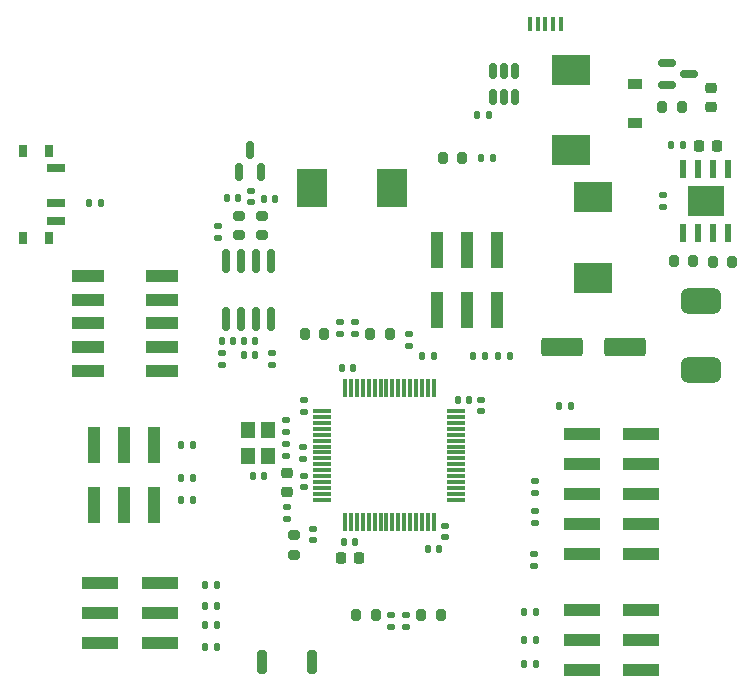
<source format=gbr>
%TF.GenerationSoftware,KiCad,Pcbnew,(6.0.1)*%
%TF.CreationDate,2022-05-20T13:38:49+06:30*%
%TF.ProjectId,STM32_Com_Buck,53544d33-325f-4436-9f6d-5f4275636b2e,v1.0*%
%TF.SameCoordinates,Original*%
%TF.FileFunction,Paste,Top*%
%TF.FilePolarity,Positive*%
%FSLAX46Y46*%
G04 Gerber Fmt 4.6, Leading zero omitted, Abs format (unit mm)*
G04 Created by KiCad (PCBNEW (6.0.1)) date 2022-05-20 13:38:49*
%MOMM*%
%LPD*%
G01*
G04 APERTURE LIST*
G04 Aperture macros list*
%AMRoundRect*
0 Rectangle with rounded corners*
0 $1 Rounding radius*
0 $2 $3 $4 $5 $6 $7 $8 $9 X,Y pos of 4 corners*
0 Add a 4 corners polygon primitive as box body*
4,1,4,$2,$3,$4,$5,$6,$7,$8,$9,$2,$3,0*
0 Add four circle primitives for the rounded corners*
1,1,$1+$1,$2,$3*
1,1,$1+$1,$4,$5*
1,1,$1+$1,$6,$7*
1,1,$1+$1,$8,$9*
0 Add four rect primitives between the rounded corners*
20,1,$1+$1,$2,$3,$4,$5,0*
20,1,$1+$1,$4,$5,$6,$7,0*
20,1,$1+$1,$6,$7,$8,$9,0*
20,1,$1+$1,$8,$9,$2,$3,0*%
G04 Aperture macros list end*
%ADD10RoundRect,0.140000X-0.140000X-0.170000X0.140000X-0.170000X0.140000X0.170000X-0.140000X0.170000X0*%
%ADD11RoundRect,0.135000X-0.185000X0.135000X-0.185000X-0.135000X0.185000X-0.135000X0.185000X0.135000X0*%
%ADD12RoundRect,0.140000X-0.170000X0.140000X-0.170000X-0.140000X0.170000X-0.140000X0.170000X0.140000X0*%
%ADD13RoundRect,0.135000X0.135000X0.185000X-0.135000X0.185000X-0.135000X-0.185000X0.135000X-0.185000X0*%
%ADD14R,0.800000X1.000000*%
%ADD15R,1.500000X0.700000*%
%ADD16RoundRect,0.135000X0.185000X-0.135000X0.185000X0.135000X-0.185000X0.135000X-0.185000X-0.135000X0*%
%ADD17RoundRect,0.200000X0.275000X-0.200000X0.275000X0.200000X-0.275000X0.200000X-0.275000X-0.200000X0*%
%ADD18R,2.500000X3.300000*%
%ADD19RoundRect,0.200000X0.200000X0.800000X-0.200000X0.800000X-0.200000X-0.800000X0.200000X-0.800000X0*%
%ADD20RoundRect,0.140000X0.170000X-0.140000X0.170000X0.140000X-0.170000X0.140000X-0.170000X-0.140000X0*%
%ADD21RoundRect,0.147500X-0.147500X-0.172500X0.147500X-0.172500X0.147500X0.172500X-0.147500X0.172500X0*%
%ADD22RoundRect,0.147500X0.172500X-0.147500X0.172500X0.147500X-0.172500X0.147500X-0.172500X-0.147500X0*%
%ADD23RoundRect,0.200000X-0.200000X-0.275000X0.200000X-0.275000X0.200000X0.275000X-0.200000X0.275000X0*%
%ADD24RoundRect,0.135000X-0.135000X-0.185000X0.135000X-0.185000X0.135000X0.185000X-0.135000X0.185000X0*%
%ADD25RoundRect,0.140000X0.140000X0.170000X-0.140000X0.170000X-0.140000X-0.170000X0.140000X-0.170000X0*%
%ADD26R,0.450000X1.300000*%
%ADD27R,0.600000X1.550000*%
%ADD28R,3.100000X2.600000*%
%ADD29RoundRect,0.150000X-0.150000X0.512500X-0.150000X-0.512500X0.150000X-0.512500X0.150000X0.512500X0*%
%ADD30RoundRect,0.150000X0.150000X-0.825000X0.150000X0.825000X-0.150000X0.825000X-0.150000X-0.825000X0*%
%ADD31RoundRect,0.537500X-1.162500X0.537500X-1.162500X-0.537500X1.162500X-0.537500X1.162500X0.537500X0*%
%ADD32RoundRect,0.218750X-0.256250X0.218750X-0.256250X-0.218750X0.256250X-0.218750X0.256250X0.218750X0*%
%ADD33RoundRect,0.250000X1.500000X0.550000X-1.500000X0.550000X-1.500000X-0.550000X1.500000X-0.550000X0*%
%ADD34RoundRect,0.150000X0.150000X-0.587500X0.150000X0.587500X-0.150000X0.587500X-0.150000X-0.587500X0*%
%ADD35R,3.300000X2.500000*%
%ADD36RoundRect,0.200000X0.200000X0.275000X-0.200000X0.275000X-0.200000X-0.275000X0.200000X-0.275000X0*%
%ADD37R,2.750000X1.000000*%
%ADD38R,3.150000X1.000000*%
%ADD39RoundRect,0.150000X-0.587500X-0.150000X0.587500X-0.150000X0.587500X0.150000X-0.587500X0.150000X0*%
%ADD40R,1.000000X3.150000*%
%ADD41RoundRect,0.225000X0.225000X0.250000X-0.225000X0.250000X-0.225000X-0.250000X0.225000X-0.250000X0*%
%ADD42R,1.200000X1.400000*%
%ADD43R,1.200000X0.900000*%
%ADD44RoundRect,0.225000X0.250000X-0.225000X0.250000X0.225000X-0.250000X0.225000X-0.250000X-0.225000X0*%
%ADD45RoundRect,0.200000X-0.275000X0.200000X-0.275000X-0.200000X0.275000X-0.200000X0.275000X0.200000X0*%
%ADD46RoundRect,0.225000X-0.225000X-0.250000X0.225000X-0.250000X0.225000X0.250000X-0.225000X0.250000X0*%
%ADD47RoundRect,0.075000X-0.700000X-0.075000X0.700000X-0.075000X0.700000X0.075000X-0.700000X0.075000X0*%
%ADD48RoundRect,0.075000X-0.075000X-0.700000X0.075000X-0.700000X0.075000X0.700000X-0.075000X0.700000X0*%
G04 APERTURE END LIST*
D10*
%TO.C,C17*%
X183416000Y-50546000D03*
X184376000Y-50546000D03*
%TD*%
%TO.C,C18*%
X193220400Y-53238400D03*
X194180400Y-53238400D03*
%TD*%
D11*
%TO.C,R8*%
X199694800Y-66241200D03*
X199694800Y-67261200D03*
%TD*%
D12*
%TO.C,C19*%
X192125600Y-63883600D03*
X192125600Y-64843600D03*
%TD*%
D10*
%TO.C,C14*%
X176812000Y-36169600D03*
X177772000Y-36169600D03*
%TD*%
D13*
%TO.C,R18*%
X172874400Y-70662800D03*
X171854400Y-70662800D03*
%TD*%
D14*
%TO.C,SW1*%
X156405600Y-39464000D03*
X156405600Y-32164000D03*
X158615600Y-39464000D03*
X158615600Y-32164000D03*
D15*
X159265600Y-33564000D03*
X159265600Y-36564000D03*
X159265600Y-38064000D03*
%TD*%
D16*
%TO.C,R32*%
X172974000Y-39473600D03*
X172974000Y-38453600D03*
%TD*%
D17*
%TO.C,R6*%
X179374800Y-66306200D03*
X179374800Y-64656200D03*
%TD*%
D18*
%TO.C,D2*%
X187702400Y-35255200D03*
X180902400Y-35255200D03*
%TD*%
D19*
%TO.C,SW2*%
X180865200Y-75438000D03*
X176665200Y-75438000D03*
%TD*%
D20*
%TO.C,C1*%
X210629000Y-36852800D03*
X210629000Y-35892800D03*
%TD*%
D16*
%TO.C,R30*%
X173278800Y-50294000D03*
X173278800Y-49274000D03*
%TD*%
D21*
%TO.C,FB1*%
X211312400Y-31648400D03*
X212282400Y-31648400D03*
%TD*%
D22*
%TO.C,L2*%
X178816000Y-63273800D03*
X178816000Y-62303800D03*
%TD*%
D23*
%TO.C,R2*%
X214833200Y-41503600D03*
X216483200Y-41503600D03*
%TD*%
D24*
%TO.C,R24*%
X171854400Y-72288400D03*
X172874400Y-72288400D03*
%TD*%
%TO.C,R21*%
X190244000Y-49479200D03*
X191264000Y-49479200D03*
%TD*%
D25*
%TO.C,C15*%
X195856800Y-29057600D03*
X194896800Y-29057600D03*
%TD*%
D26*
%TO.C,J2*%
X201965000Y-21349400D03*
X201315000Y-21349400D03*
X200665000Y-21349400D03*
X200015000Y-21349400D03*
X199365000Y-21349400D03*
%TD*%
D27*
%TO.C,U1*%
X212330800Y-39072800D03*
X213600800Y-39072800D03*
X214870800Y-39072800D03*
X216140800Y-39072800D03*
X216140800Y-33672800D03*
X214870800Y-33672800D03*
X213600800Y-33672800D03*
X212330800Y-33672800D03*
D28*
X214235800Y-36372800D03*
%TD*%
D25*
%TO.C,C20*%
X184579200Y-65227200D03*
X183619200Y-65227200D03*
%TD*%
D16*
%TO.C,R28*%
X184556400Y-47652400D03*
X184556400Y-46632400D03*
%TD*%
D20*
%TO.C,C12*%
X175717200Y-36446400D03*
X175717200Y-35486400D03*
%TD*%
D29*
%TO.C,U4*%
X198104800Y-25329300D03*
X197154800Y-25329300D03*
X196204800Y-25329300D03*
X196204800Y-27604300D03*
X197154800Y-27604300D03*
X198104800Y-27604300D03*
%TD*%
D12*
%TO.C,C4*%
X178663600Y-54942800D03*
X178663600Y-55902800D03*
%TD*%
D30*
%TO.C,U3*%
X173659800Y-46366200D03*
X174929800Y-46366200D03*
X176199800Y-46366200D03*
X177469800Y-46366200D03*
X177469800Y-41416200D03*
X176199800Y-41416200D03*
X174929800Y-41416200D03*
X173659800Y-41416200D03*
%TD*%
D31*
%TO.C,L1*%
X213872000Y-44852000D03*
X213872000Y-50652000D03*
%TD*%
D24*
%TO.C,R13*%
X198880000Y-73507600D03*
X199900000Y-73507600D03*
%TD*%
D32*
%TO.C,F1*%
X214680800Y-26847700D03*
X214680800Y-28422700D03*
%TD*%
D16*
%TO.C,R10*%
X199796400Y-61063600D03*
X199796400Y-60043600D03*
%TD*%
%TO.C,R29*%
X183286400Y-47652400D03*
X183286400Y-46632400D03*
%TD*%
D33*
%TO.C,C3*%
X207424000Y-48768000D03*
X202024000Y-48768000D03*
%TD*%
D34*
%TO.C,D7*%
X174716400Y-33906700D03*
X176616400Y-33906700D03*
X175666400Y-32031700D03*
%TD*%
D35*
%TO.C,D5*%
X204724000Y-36071600D03*
X204724000Y-42871600D03*
%TD*%
D20*
%TO.C,C8*%
X195224400Y-54175600D03*
X195224400Y-53215600D03*
%TD*%
%TO.C,C21*%
X180187600Y-54198400D03*
X180187600Y-53238400D03*
%TD*%
D13*
%TO.C,R20*%
X172874400Y-74168000D03*
X171854400Y-74168000D03*
%TD*%
D12*
%TO.C,C6*%
X180136800Y-57228800D03*
X180136800Y-58188800D03*
%TD*%
D23*
%TO.C,R35*%
X185814200Y-47650400D03*
X187464200Y-47650400D03*
%TD*%
D35*
%TO.C,D3*%
X202793600Y-32051200D03*
X202793600Y-25251200D03*
%TD*%
D13*
%TO.C,R16*%
X170842400Y-59791600D03*
X169822400Y-59791600D03*
%TD*%
%TO.C,R17*%
X170842400Y-61722000D03*
X169822400Y-61722000D03*
%TD*%
D10*
%TO.C,C9*%
X173256000Y-48260000D03*
X174216000Y-48260000D03*
%TD*%
D36*
%TO.C,R36*%
X181927000Y-47650400D03*
X180277000Y-47650400D03*
%TD*%
D24*
%TO.C,R5*%
X162050000Y-36576000D03*
X163070000Y-36576000D03*
%TD*%
D23*
%TO.C,R38*%
X190132200Y-71424800D03*
X191782200Y-71424800D03*
%TD*%
%TO.C,R3*%
X211519000Y-41478200D03*
X213169000Y-41478200D03*
%TD*%
D16*
%TO.C,R9*%
X199796400Y-63654400D03*
X199796400Y-62634400D03*
%TD*%
D37*
%TO.C,J13*%
X168225000Y-42736000D03*
X161975000Y-42736000D03*
X168225000Y-44736000D03*
X161975000Y-44736000D03*
X168225000Y-46736000D03*
X161975000Y-46736000D03*
X168225000Y-48736000D03*
X161975000Y-48736000D03*
X168225000Y-50736000D03*
X161975000Y-50736000D03*
%TD*%
D38*
%TO.C,J7*%
X203723000Y-70967600D03*
X208773000Y-70967600D03*
X203723000Y-73507600D03*
X208773000Y-73507600D03*
X203723000Y-76047600D03*
X208773000Y-76047600D03*
%TD*%
D36*
%TO.C,R37*%
X186295800Y-71424800D03*
X184645800Y-71424800D03*
%TD*%
D13*
%TO.C,R23*%
X197664800Y-49530000D03*
X196644800Y-49530000D03*
%TD*%
D38*
%TO.C,J4*%
X168016400Y-73812400D03*
X162966400Y-73812400D03*
X168016400Y-71272400D03*
X162966400Y-71272400D03*
X168016400Y-68732400D03*
X162966400Y-68732400D03*
%TD*%
D22*
%TO.C,D6*%
X181000400Y-65079600D03*
X181000400Y-64109600D03*
%TD*%
D24*
%TO.C,R22*%
X194562000Y-49530000D03*
X195582000Y-49530000D03*
%TD*%
D39*
%TO.C,Q1*%
X210949300Y-24653200D03*
X210949300Y-26553200D03*
X212824300Y-25603200D03*
%TD*%
D25*
%TO.C,C11*%
X176095600Y-48260000D03*
X175135600Y-48260000D03*
%TD*%
D11*
%TO.C,R27*%
X188874400Y-71422800D03*
X188874400Y-72442800D03*
%TD*%
D23*
%TO.C,R4*%
X191986400Y-32766000D03*
X193636400Y-32766000D03*
%TD*%
D40*
%TO.C,J8*%
X167538400Y-57063400D03*
X167538400Y-62113400D03*
X164998400Y-57063400D03*
X164998400Y-62113400D03*
X162458400Y-57063400D03*
X162458400Y-62113400D03*
%TD*%
D41*
%TO.C,C16*%
X184874200Y-66598800D03*
X183324200Y-66598800D03*
%TD*%
D24*
%TO.C,R14*%
X198880000Y-71170800D03*
X199900000Y-71170800D03*
%TD*%
D42*
%TO.C,Y1*%
X175454000Y-55796000D03*
X175454000Y-57996000D03*
X177154000Y-57996000D03*
X177154000Y-55796000D03*
%TD*%
D43*
%TO.C,D1*%
X208229200Y-26493200D03*
X208229200Y-29793200D03*
%TD*%
D16*
%TO.C,R31*%
X177546000Y-50294000D03*
X177546000Y-49274000D03*
%TD*%
D38*
%TO.C,J6*%
X208773000Y-66245200D03*
X203723000Y-66245200D03*
X208773000Y-63705200D03*
X203723000Y-63705200D03*
X208773000Y-61165200D03*
X203723000Y-61165200D03*
X208773000Y-58625200D03*
X203723000Y-58625200D03*
X208773000Y-56085200D03*
X203723000Y-56085200D03*
%TD*%
D16*
%TO.C,R7*%
X178663600Y-57964800D03*
X178663600Y-56944800D03*
%TD*%
D23*
%TO.C,R1*%
X210553800Y-28397200D03*
X212203800Y-28397200D03*
%TD*%
D44*
%TO.C,C22*%
X178816000Y-60973000D03*
X178816000Y-59423000D03*
%TD*%
D13*
%TO.C,R15*%
X170842400Y-57048400D03*
X169822400Y-57048400D03*
%TD*%
D21*
%TO.C,D4*%
X195247400Y-32766000D03*
X196217400Y-32766000D03*
%TD*%
D45*
%TO.C,R33*%
X174752000Y-37630600D03*
X174752000Y-39280600D03*
%TD*%
D46*
%TO.C,C2*%
X213664000Y-31699200D03*
X215214000Y-31699200D03*
%TD*%
D47*
%TO.C,U2*%
X181777000Y-54162000D03*
X181777000Y-54662000D03*
X181777000Y-55162000D03*
X181777000Y-55662000D03*
X181777000Y-56162000D03*
X181777000Y-56662000D03*
X181777000Y-57162000D03*
X181777000Y-57662000D03*
X181777000Y-58162000D03*
X181777000Y-58662000D03*
X181777000Y-59162000D03*
X181777000Y-59662000D03*
X181777000Y-60162000D03*
X181777000Y-60662000D03*
X181777000Y-61162000D03*
X181777000Y-61662000D03*
D48*
X183702000Y-63587000D03*
X184202000Y-63587000D03*
X184702000Y-63587000D03*
X185202000Y-63587000D03*
X185702000Y-63587000D03*
X186202000Y-63587000D03*
X186702000Y-63587000D03*
X187202000Y-63587000D03*
X187702000Y-63587000D03*
X188202000Y-63587000D03*
X188702000Y-63587000D03*
X189202000Y-63587000D03*
X189702000Y-63587000D03*
X190202000Y-63587000D03*
X190702000Y-63587000D03*
X191202000Y-63587000D03*
D47*
X193127000Y-61662000D03*
X193127000Y-61162000D03*
X193127000Y-60662000D03*
X193127000Y-60162000D03*
X193127000Y-59662000D03*
X193127000Y-59162000D03*
X193127000Y-58662000D03*
X193127000Y-58162000D03*
X193127000Y-57662000D03*
X193127000Y-57162000D03*
X193127000Y-56662000D03*
X193127000Y-56162000D03*
X193127000Y-55662000D03*
X193127000Y-55162000D03*
X193127000Y-54662000D03*
X193127000Y-54162000D03*
D48*
X191202000Y-52237000D03*
X190702000Y-52237000D03*
X190202000Y-52237000D03*
X189702000Y-52237000D03*
X189202000Y-52237000D03*
X188702000Y-52237000D03*
X188202000Y-52237000D03*
X187702000Y-52237000D03*
X187202000Y-52237000D03*
X186702000Y-52237000D03*
X186202000Y-52237000D03*
X185702000Y-52237000D03*
X185202000Y-52237000D03*
X184702000Y-52237000D03*
X184202000Y-52237000D03*
X183702000Y-52237000D03*
%TD*%
D25*
%TO.C,C5*%
X176857600Y-59639200D03*
X175897600Y-59639200D03*
%TD*%
D11*
%TO.C,R26*%
X187604400Y-71422800D03*
X187604400Y-72442800D03*
%TD*%
D25*
%TO.C,C10*%
X176095600Y-49377600D03*
X175135600Y-49377600D03*
%TD*%
D13*
%TO.C,R11*%
X202795600Y-53746400D03*
X201775600Y-53746400D03*
%TD*%
D24*
%TO.C,R12*%
X198880000Y-75590400D03*
X199900000Y-75590400D03*
%TD*%
D10*
%TO.C,C7*%
X190680400Y-65836800D03*
X191640400Y-65836800D03*
%TD*%
D25*
%TO.C,C13*%
X174622400Y-36118800D03*
X173662400Y-36118800D03*
%TD*%
D45*
%TO.C,R34*%
X176631600Y-37630600D03*
X176631600Y-39280600D03*
%TD*%
D13*
%TO.C,R19*%
X172874400Y-68884800D03*
X171854400Y-68884800D03*
%TD*%
D40*
%TO.C,J5*%
X191465200Y-45603400D03*
X191465200Y-40553400D03*
X194005200Y-45603400D03*
X194005200Y-40553400D03*
X196545200Y-45603400D03*
X196545200Y-40553400D03*
%TD*%
D20*
%TO.C,C23*%
X180187600Y-60576400D03*
X180187600Y-59616400D03*
%TD*%
D11*
%TO.C,R25*%
X189128400Y-47648400D03*
X189128400Y-48668400D03*
%TD*%
M02*

</source>
